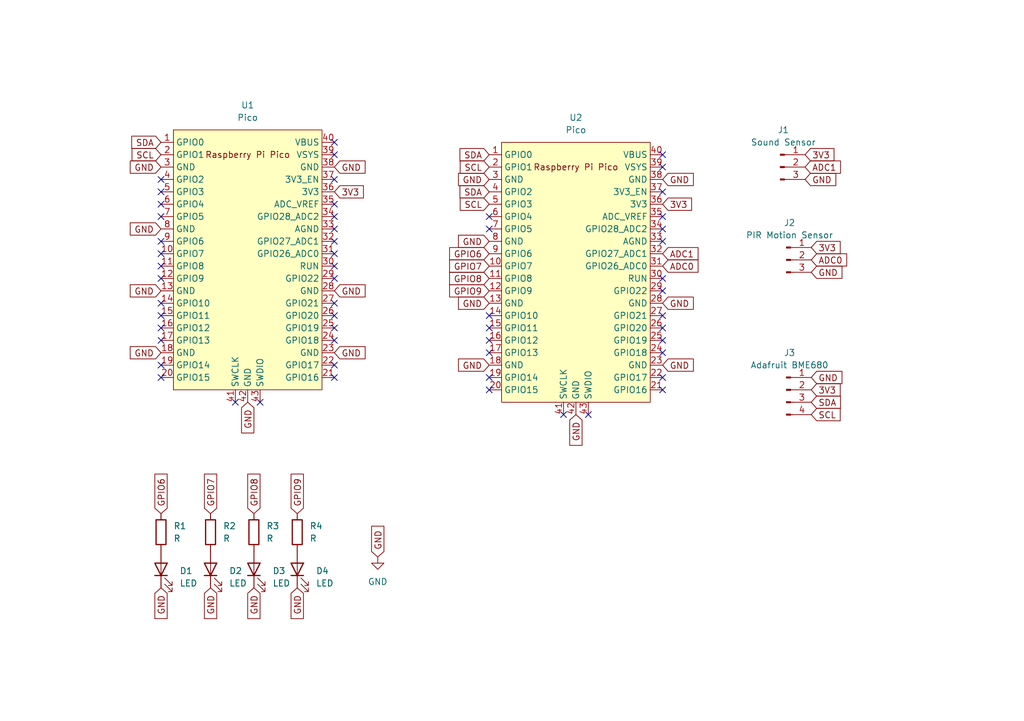
<source format=kicad_sch>
(kicad_sch (version 20211123) (generator eeschema)
  (paper "A5")
  (title_block (title "Beata") (date "2023-03-24") (rev "1.0"))
  (lib_symbols
    (symbol "Connector:Conn_01x03_Male" (pin_names (offset 1.016) hide)
      (property "Reference" "J" (at 0 5.08 0))
      (property "Value" "Conn_01x03_Male" (at 0 -5.08 0))
      (symbol "Conn_01x03_Male_1_1"
        (polyline (pts (xy 1.27 -2.54) (xy 0.8636 -2.54)) (stroke (width 0.1524)))
        (polyline (pts (xy 1.27 0) (xy 0.8636 0)) (stroke (width 0.1524)))
        (polyline (pts (xy 1.27 2.54) (xy 0.8636 2.54)) (stroke (width 0.1524)))
        (rectangle (start 0.8636 -2.413) (end 0 -2.667) (stroke (width 0.1524)) (fill (type outline)))
        (rectangle (start 0.8636 0.127) (end 0 -0.127) (stroke (width 0.1524)) (fill (type outline)))
        (rectangle (start 0.8636 2.667) (end 0 2.413) (stroke (width 0.1524)) (fill (type outline)))
        (pin passive line (at 5.08 2.54 180) (length 3.81) (name "Pin_1") (number "1"))
        (pin passive line (at 5.08 0 180) (length 3.81) (name "Pin_2") (number "2"))
        (pin passive line (at 5.08 -2.54 180) (length 3.81) (name "Pin_3") (number "3"))
      )
    )
    (symbol "Connector:Conn_01x04_Male" (pin_names (offset 1.016) hide)
      (property "Reference" "J" (at 0 5.08 0))
      (property "Value" "Conn_01x04_Male" (at 0 -7.62 0))
      (symbol "Conn_01x04_Male_1_1"
        (polyline (pts (xy 1.27 -5.08) (xy 0.8636 -5.08)) (stroke (width 0.1524)))
        (polyline (pts (xy 1.27 -2.54) (xy 0.8636 -2.54)) (stroke (width 0.1524)))
        (polyline (pts (xy 1.27 0) (xy 0.8636 0)) (stroke (width 0.1524)))
        (polyline (pts (xy 1.27 2.54) (xy 0.8636 2.54)) (stroke (width 0.1524)))
        (rectangle (start 0.8636 -4.953) (end 0 -5.207) (stroke (width 0.1524)) (fill (type outline)))
        (rectangle (start 0.8636 -2.413) (end 0 -2.667) (stroke (width 0.1524)) (fill (type outline)))
        (rectangle (start 0.8636 0.127) (end 0 -0.127) (stroke (width 0.1524)) (fill (type outline)))
        (rectangle (start 0.8636 2.667) (end 0 2.413) (stroke (width 0.1524)) (fill (type outline)))
        (pin passive line (at 5.08 2.54 180) (length 3.81) (name "Pin_1") (number "1"))
        (pin passive line (at 5.08 0 180) (length 3.81) (name "Pin_2") (number "2"))
        (pin passive line (at 5.08 -2.54 180) (length 3.81) (name "Pin_3") (number "3"))
        (pin passive line (at 5.08 -5.08 180) (length 3.81) (name "Pin_4") (number "4"))
      )
    )
    (symbol "Device:LED" (pin_numbers hide) (pin_names (offset 1.016) hide)
      (property "Reference" "D" (at 0 2.54 0))
      (property "Value" "LED" (at 0 -2.54 0))
      (symbol "LED_0_1"
        (polyline (pts (xy -1.27 -1.27) (xy -1.27 1.27)) (stroke (width 0.254)))
        (polyline (pts (xy -1.27 0) (xy 1.27 0)))
        (polyline (pts (xy 1.27 -1.27) (xy 1.27 1.27) (xy -1.27 0) (xy 1.27 -1.27)) (stroke (width 0.254)))
        (polyline (pts (xy -3.048 -0.762) (xy -4.572 -2.286) (xy -3.81 -2.286) (xy -4.572 -2.286) (xy -4.572 -1.524)))
        (polyline (pts (xy -1.778 -0.762) (xy -3.302 -2.286) (xy -2.54 -2.286) (xy -3.302 -2.286) (xy -3.302 -1.524)))
      )
      (symbol "LED_1_1"
        (pin passive line (at -3.81 0 0) (length 2.54) (name "K") (number "1"))
        (pin passive line (at 3.81 0 180) (length 2.54) (name "A") (number "2"))
      )
    )
    (symbol "Device:R" (pin_numbers hide) (pin_names (offset 0))
      (property "Reference" "R" (at 2.032 0 90))
      (property "Value" "R" (at 0 0 90))
      (symbol "R_0_1"
        (rectangle (start -1.016 -2.54) (end 1.016 2.54) (stroke (width 0.254)))
      )
      (symbol "R_1_1"
        (pin passive line (at 0 3.81 270) (length 1.27) (name "~") (number "1"))
        (pin passive line (at 0 -3.81 90) (length 1.27) (name "~") (number "2"))
      )
    )
    (symbol "MCU_RaspberryPi_and_Boards:Pico"
      (property "Reference" "U" (at -13.97 27.94 0))
      (property "Value" "Pico" (at 0 19.05 0))
      (symbol "Pico_0_0"
        (text "Raspberry Pi Pico" (at 0 21.59 0) (effects (font (size 1.27 1.27))))
      )
      (symbol "Pico_0_1"
        (rectangle (start -15.24 26.67) (end 15.24 -26.67) (fill (type background)))
      )
      (symbol "Pico_1_1"
        (pin bidirectional line (at -17.78 24.13 0) (length 2.54) (name "GPIO0") (number "1"))
        (pin bidirectional line (at -17.78 1.27 0) (length 2.54) (name "GPIO7") (number "10"))
        (pin bidirectional line (at -17.78 -1.27 0) (length 2.54) (name "GPIO8") (number "11"))
        (pin bidirectional line (at -17.78 -3.81 0) (length 2.54) (name "GPIO9") (number "12"))
        (pin power_in line (at -17.78 -6.35 0) (length 2.54) (name "GND") (number "13"))
        (pin bidirectional line (at -17.78 -8.89 0) (length 2.54) (name "GPIO10") (number "14"))
        (pin bidirectional line (at -17.78 -11.43 0) (length 2.54) (name "GPIO11") (number "15"))
        (pin bidirectional line (at -17.78 -13.97 0) (length 2.54) (name "GPIO12") (number "16"))
        (pin bidirectional line (at -17.78 -16.51 0) (length 2.54) (name "GPIO13") (number "17"))
        (pin power_in line (at -17.78 -19.05 0) (length 2.54) (name "GND") (number "18"))
        (pin bidirectional line (at -17.78 -21.59 0) (length 2.54) (name "GPIO14") (number "19"))
        (pin bidirectional line (at -17.78 21.59 0) (length 2.54) (name "GPIO1") (number "2"))
        (pin bidirectional line (at -17.78 -24.13 0) (length 2.54) (name "GPIO15") (number "20"))
        (pin bidirectional line (at 17.78 -24.13 180) (length 2.54) (name "GPIO16") (number "21"))
        (pin bidirectional line (at 17.78 -21.59 180) (length 2.54) (name "GPIO17") (number "22"))
        (pin power_in line (at 17.78 -19.05 180) (length 2.54) (name "GND") (number "23"))
        (pin bidirectional line (at 17.78 -16.51 180) (length 2.54) (name "GPIO18") (number "24"))
        (pin bidirectional line (at 17.78 -13.97 180) (length 2.54) (name "GPIO19") (number "25"))
        (pin bidirectional line (at 17.78 -11.43 180) (length 2.54) (name "GPIO20") (number "26"))
        (pin bidirectional line (at 17.78 -8.89 180) (length 2.54) (name "GPIO21") (number "27"))
        (pin power_in line (at 17.78 -6.35 180) (length 2.54) (name "GND") (number "28"))
        (pin bidirectional line (at 17.78 -3.81 180) (length 2.54) (name "GPIO22") (number "29"))
        (pin power_in line (at -17.78 19.05 0) (length 2.54) (name "GND") (number "3"))
        (pin input line (at 17.78 -1.27 180) (length 2.54) (name "RUN") (number "30"))
        (pin bidirectional line (at 17.78 1.27 180) (length 2.54) (name "GPIO26_ADC0") (number "31"))
        (pin bidirectional line (at 17.78 3.81 180) (length 2.54) (name "GPIO27_ADC1") (number "32"))
        (pin power_in line (at 17.78 6.35 180) (length 2.54) (name "AGND") (number "33"))
        (pin bidirectional line (at 17.78 8.89 180) (length 2.54) (name "GPIO28_ADC2") (number "34"))
        (pin power_in line (at 17.78 11.43 180) (length 2.54) (name "ADC_VREF") (number "35"))
        (pin power_in line (at 17.78 13.97 180) (length 2.54) (name "3V3") (number "36"))
        (pin input line (at 17.78 16.51 180) (length 2.54) (name "3V3_EN") (number "37"))
        (pin bidirectional line (at 17.78 19.05 180) (length 2.54) (name "GND") (number "38"))
        (pin power_in line (at 17.78 21.59 180) (length 2.54) (name "VSYS") (number "39"))
        (pin bidirectional line (at -17.78 16.51 0) (length 2.54) (name "GPIO2") (number "4"))
        (pin power_in line (at 17.78 24.13 180) (length 2.54) (name "VBUS") (number "40"))
        (pin input line (at -2.54 -29.21 90) (length 2.54) (name "SWCLK") (number "41"))
        (pin power_in line (at 0 -29.21 90) (length 2.54) (name "GND") (number "42"))
        (pin bidirectional line (at 2.54 -29.21 90) (length 2.54) (name "SWDIO") (number "43"))
        (pin bidirectional line (at -17.78 13.97 0) (length 2.54) (name "GPIO3") (number "5"))
        (pin bidirectional line (at -17.78 11.43 0) (length 2.54) (name "GPIO4") (number "6"))
        (pin bidirectional line (at -17.78 8.89 0) (length 2.54) (name "GPIO5") (number "7"))
        (pin power_in line (at -17.78 6.35 0) (length 2.54) (name "GND") (number "8"))
        (pin bidirectional line (at -17.78 3.81 0) (length 2.54) (name "GPIO6") (number "9"))
      )
    )
    (symbol "power:GND" (power) (pin_names (offset 0))
      (property "Value" "GND" (at 0 -3.81 0))
      (symbol "GND_0_1"
        (polyline (pts (xy 0 0) (xy 0 -1.27) (xy 1.27 -1.27) (xy 0 -2.54) (xy -1.27 -1.27) (xy 0 -1.27)))
      )
      (symbol "GND_1_1"
        (pin power_in line (at 0 0 270) (length 0) hide (name "GND") (number "1"))
      )
    )
  )
  (no_connect (at 135.89 80.01))
  (no_connect (at 33.02 54.61))
  (no_connect (at 100.33 64.77))
  (no_connect (at 33.02 41.91))
  (no_connect (at 120.65 85.09))
  (no_connect (at 33.02 69.85))
  (no_connect (at 135.89 31.75))
  (no_connect (at 135.89 44.45))
  (no_connect (at 135.89 59.69))
  (no_connect (at 135.89 46.99))
  (no_connect (at 135.89 64.77))
  (no_connect (at 135.89 69.85))
  (no_connect (at 68.58 69.85))
  (no_connect (at 68.58 36.83))
  (no_connect (at 68.58 29.21))
  (no_connect (at 100.33 46.99))
  (no_connect (at 100.33 44.45))
  (no_connect (at 33.02 77.47))
  (no_connect (at 33.02 67.31))
  (no_connect (at 33.02 49.53))
  (no_connect (at 33.02 74.93))
  (no_connect (at 33.02 57.15))
  (no_connect (at 135.89 34.29))
  (no_connect (at 100.33 69.85))
  (no_connect (at 100.33 80.01))
  (no_connect (at 68.58 64.77))
  (no_connect (at 68.58 49.53))
  (no_connect (at 68.58 67.31))
  (no_connect (at 33.02 44.45))
  (no_connect (at 100.33 72.39))
  (no_connect (at 135.89 39.37))
  (no_connect (at 100.33 67.31))
  (no_connect (at 53.34 82.55))
  (no_connect (at 33.02 62.23))
  (no_connect (at 68.58 44.45))
  (no_connect (at 33.02 52.07))
  (no_connect (at 68.58 74.93))
  (no_connect (at 68.58 31.75))
  (no_connect (at 100.33 77.47))
  (no_connect (at 68.58 77.47))
  (no_connect (at 68.58 41.91))
  (no_connect (at 33.02 36.83))
  (no_connect (at 48.26 82.55))
  (no_connect (at 135.89 57.15))
  (no_connect (at 33.02 64.77))
  (no_connect (at 135.89 67.31))
  (no_connect (at 68.58 52.07))
  (no_connect (at 68.58 54.61))
  (no_connect (at 115.57 85.09))
  (no_connect (at 68.58 46.99))
  (no_connect (at 135.89 72.39))
  (no_connect (at 135.89 77.47))
  (no_connect (at 135.89 49.53))
  (no_connect (at 68.58 62.23))
  (no_connect (at 68.58 57.15))
  (no_connect (at 33.02 39.37))
  (global_label "GND" (shape input) (at 118.11 85.09 270) (property "Intersheet References" "${INTERSHEET_REFS}" (effects hide)))
  (global_label "SDA" (shape input) (at 100.33 39.37 180) (property "Intersheet References" "${INTERSHEET_REFS}" (effects hide)))
  (global_label "GPIO8" (shape input) (at 52.07 105.41 90) (property "Intersheet References" "${INTERSHEET_REFS}" (effects hide)))
  (global_label "GND" (shape input) (at 52.07 120.65 270) (property "Intersheet References" "${INTERSHEET_REFS}" (effects hide)))
  (global_label "GND" (shape input) (at 77.47 114.3 90) (property "Intersheet References" "${INTERSHEET_REFS}" (effects hide)))
  (global_label "SCL" (shape input) (at 33.02 31.75 180) (property "Intersheet References" "${INTERSHEET_REFS}" (effects hide)))
  (global_label "GND" (shape input) (at 50.8 82.55 270) (property "Intersheet References" "${INTERSHEET_REFS}" (effects hide)))
  (global_label "SDA" (shape input) (at 100.33 31.75 180) (property "Intersheet References" "${INTERSHEET_REFS}" (effects hide)))
  (global_label "GPIO9" (shape input) (at 100.33 59.69 180) (property "Intersheet References" "${INTERSHEET_REFS}" (effects hide)))
  (global_label "GND" (shape input) (at 100.33 62.23 180) (property "Intersheet References" "${INTERSHEET_REFS}" (effects hide)))
  (global_label "GND" (shape input) (at 60.96 120.65 270) (property "Intersheet References" "${INTERSHEET_REFS}" (effects hide)))
  (global_label "GND" (shape input) (at 135.89 74.93 0) (property "Intersheet References" "${INTERSHEET_REFS}" (effects hide)))
  (global_label "GND" (shape input) (at 68.58 34.29 0) (property "Intersheet References" "${INTERSHEET_REFS}" (effects hide)))
  (global_label "GND" (shape input) (at 33.02 120.65 270) (property "Intersheet References" "${INTERSHEET_REFS}" (effects hide)))
  (global_label "3V3" (shape input) (at 165.1 31.75 0) (property "Intersheet References" "${INTERSHEET_REFS}" (effects hide)))
  (global_label "GPIO7" (shape input) (at 43.18 105.41 90) (property "Intersheet References" "${INTERSHEET_REFS}" (effects hide)))
  (global_label "GPIO7" (shape input) (at 100.33 54.61 180) (property "Intersheet References" "${INTERSHEET_REFS}" (effects hide)))
  (global_label "SDA" (shape input) (at 33.02 29.21 180) (property "Intersheet References" "${INTERSHEET_REFS}" (effects hide)))
  (global_label "3V3" (shape input) (at 166.37 80.01 0) (property "Intersheet References" "${INTERSHEET_REFS}" (effects hide)))
  (global_label "SDA" (shape input) (at 166.37 82.55 0) (property "Intersheet References" "${INTERSHEET_REFS}" (effects hide)))
  (global_label "3V3" (shape input) (at 68.58 39.37 0) (property "Intersheet References" "${INTERSHEET_REFS}" (effects hide)))
  (global_label "GND" (shape input) (at 33.02 59.69 180) (property "Intersheet References" "${INTERSHEET_REFS}" (effects hide)))
  (global_label "GPIO9" (shape input) (at 60.96 105.41 90) (property "Intersheet References" "${INTERSHEET_REFS}" (effects hide)))
  (global_label "3V3" (shape input) (at 166.37 50.8 0) (property "Intersheet References" "${INTERSHEET_REFS}" (effects hide)))
  (global_label "GPIO8" (shape input) (at 100.33 57.15 180) (property "Intersheet References" "${INTERSHEET_REFS}" (effects hide)))
  (global_label "GND" (shape input) (at 68.58 59.69 0) (property "Intersheet References" "${INTERSHEET_REFS}" (effects hide)))
  (global_label "SCL" (shape input) (at 100.33 34.29 180) (property "Intersheet References" "${INTERSHEET_REFS}" (effects hide)))
  (global_label "GND" (shape input) (at 33.02 72.39 180) (property "Intersheet References" "${INTERSHEET_REFS}" (effects hide)))
  (global_label "GND" (shape input) (at 166.37 77.47 0) (property "Intersheet References" "${INTERSHEET_REFS}" (effects hide)))
  (global_label "GND" (shape input) (at 43.18 120.65 270) (property "Intersheet References" "${INTERSHEET_REFS}" (effects hide)))
  (global_label "3V3" (shape input) (at 135.89 41.91 0) (property "Intersheet References" "${INTERSHEET_REFS}" (effects hide)))
  (global_label "GND" (shape input) (at 100.33 74.93 180) (property "Intersheet References" "${INTERSHEET_REFS}" (effects hide)))
  (global_label "ADC1" (shape input) (at 135.89 52.07 0) (property "Intersheet References" "${INTERSHEET_REFS}" (effects hide)))
  (global_label "GND" (shape input) (at 135.89 62.23 0) (property "Intersheet References" "${INTERSHEET_REFS}" (effects hide)))
  (global_label "GND" (shape input) (at 165.1 36.83 0) (property "Intersheet References" "${INTERSHEET_REFS}" (effects hide)))
  (global_label "GPIO6" (shape input) (at 33.02 105.41 90) (property "Intersheet References" "${INTERSHEET_REFS}" (effects hide)))
  (global_label "GND" (shape input) (at 33.02 34.29 180) (property "Intersheet References" "${INTERSHEET_REFS}" (effects hide)))
  (global_label "SCL" (shape input) (at 166.37 85.09 0) (property "Intersheet References" "${INTERSHEET_REFS}" (effects hide)))
  (global_label "GPIO6" (shape input) (at 100.33 52.07 180) (property "Intersheet References" "${INTERSHEET_REFS}" (effects hide)))
  (global_label "GND" (shape input) (at 33.02 46.99 180) (property "Intersheet References" "${INTERSHEET_REFS}" (effects hide)))
  (global_label "GND" (shape input) (at 135.89 36.83 0) (property "Intersheet References" "${INTERSHEET_REFS}" (effects hide)))
  (global_label "SCL" (shape input) (at 100.33 41.91 180) (property "Intersheet References" "${INTERSHEET_REFS}" (effects hide)))
  (global_label "GND" (shape input) (at 100.33 49.53 180) (property "Intersheet References" "${INTERSHEET_REFS}" (effects hide)))
  (global_label "ADC0" (shape input) (at 166.37 53.34 0) (property "Intersheet References" "${INTERSHEET_REFS}" (effects hide)))
  (global_label "ADC1" (shape input) (at 165.1 34.29 0) (property "Intersheet References" "${INTERSHEET_REFS}" (effects hide)))
  (global_label "GND" (shape input) (at 100.33 36.83 180) (property "Intersheet References" "${INTERSHEET_REFS}" (effects hide)))
  (global_label "ADC0" (shape input) (at 135.89 54.61 0) (property "Intersheet References" "${INTERSHEET_REFS}" (effects hide)))
  (global_label "GND" (shape input) (at 166.37 55.88 0) (property "Intersheet References" "${INTERSHEET_REFS}" (effects hide)))
  (global_label "GND" (shape input) (at 68.58 72.39 0) (property "Intersheet References" "${INTERSHEET_REFS}" (effects hide)))
  (symbol (lib_id "Connector:Conn_01x03_Male") (at 161.29 53.34 0) (unit 1)
    (property "Reference" "J2" (at 161.925 45.72 0))
    (property "Value" "PIR Motion Sensor" (at 161.925 48.26 0))
  )
  (symbol (lib_id "Device:R") (at 33.02 109.22 0) (unit 1)
    (property "Reference" "R1" (at 35.56 107.9499 0) (effects (justify left)))
    (property "Value" "R" (at 35.56 110.4899 0) (effects (justify left)))
  )
  (symbol (lib_id "Device:R") (at 43.18 109.22 0) (unit 1)
    (property "Reference" "R2" (at 45.72 107.9499 0) (effects (justify left)))
    (property "Value" "R" (at 45.72 110.4899 0) (effects (justify left)))
  )
  (symbol (lib_id "Device:R") (at 60.96 109.22 0) (unit 1)
    (property "Reference" "R4" (at 63.5 107.9499 0) (effects (justify left)))
    (property "Value" "R" (at 63.5 110.4899 0) (effects (justify left)))
  )
  (symbol (lib_id "Device:LED") (at 52.07 116.84 90) (unit 1)
    (property "Reference" "D3" (at 55.88 117.1574 90) (effects (justify right)))
    (property "Value" "LED" (at 55.88 119.6974 90) (effects (justify right)))
  )
  (symbol (lib_id "Connector:Conn_01x03_Male") (at 160.02 34.29 0) (unit 1)
    (property "Reference" "J1" (at 160.655 26.67 0))
    (property "Value" "Sound Sensor" (at 160.655 29.21 0))
  )
  (symbol (lib_id "power:GND") (at 77.47 114.3 0) (unit 1)
    (property "Reference" "#PWR01" (effects hide))
    (property "Value" "GND" (at 77.47 119.38 0))
  )
  (symbol (lib_id "Device:R") (at 52.07 109.22 0) (unit 1)
    (property "Reference" "R3" (at 54.61 107.9499 0) (effects (justify left)))
    (property "Value" "R" (at 54.61 110.4899 0) (effects (justify left)))
  )
  (symbol (lib_id "Device:LED") (at 43.18 116.84 90) (unit 1)
    (property "Reference" "D2" (at 46.99 117.1574 90) (effects (justify right)))
    (property "Value" "LED" (at 46.99 119.6974 90) (effects (justify right)))
  )
  (symbol (lib_id "Connector:Conn_01x04_Male") (at 161.29 80.01 0) (unit 1)
    (property "Reference" "J3" (at 161.925 72.39 0))
    (property "Value" "Adafruit BME680" (at 161.925 74.93 0))
  )
  (symbol (lib_id "MCU_RaspberryPi_and_Boards:Pico") (at 118.11 55.88 0) (unit 1)
    (property "Reference" "U2" (at 118.11 24.13 0))
    (property "Value" "Pico" (at 118.11 26.67 0))
    (property "Footprint" "RPi_Pico:RPi_Pico_SMD_TH" (effects hide))
  )
  (symbol (lib_id "MCU_RaspberryPi_and_Boards:Pico") (at 50.8 53.34 0) (unit 1)
    (property "Reference" "U1" (at 50.8 21.59 0))
    (property "Value" "Pico" (at 50.8 24.13 0))
    (property "Footprint" "RPi_Pico:RPi_Pico_SMD_TH" (effects hide))
  )
  (symbol (lib_id "Device:LED") (at 60.96 116.84 90) (unit 1)
    (property "Reference" "D4" (at 64.77 117.1574 90) (effects (justify right)))
    (property "Value" "LED" (at 64.77 119.6974 90) (effects (justify right)))
  )
  (symbol (lib_id "Device:LED") (at 33.02 116.84 90) (unit 1)
    (property "Reference" "D1" (at 36.83 117.1574 90) (effects (justify right)))
    (property "Value" "LED" (at 36.83 119.6974 90) (effects (justify right)))
  )
)
</source>
